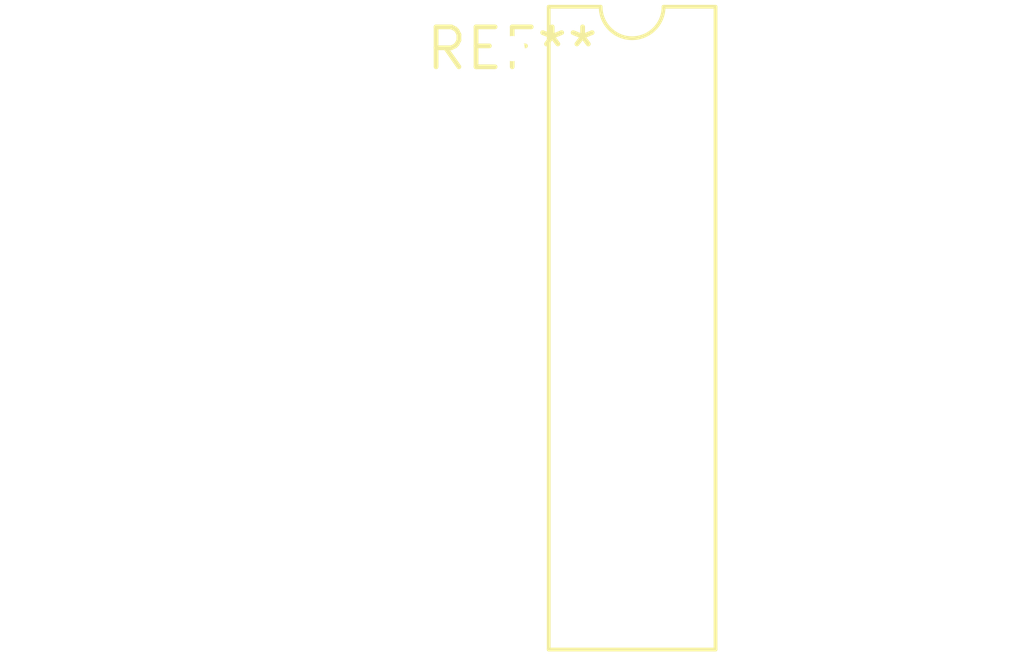
<source format=kicad_pcb>
(kicad_pcb (version 20240108) (generator pcbnew)
  (layers (0 "F.Cu" signal) (31 "B.Cu" signal) (34 "B.Paste" user) (35 "F.Paste" user) (36 "B.SilkS" user "B.Silkscreen") (37 "F.SilkS" user "F.Silkscreen") (38 "B.Mask" user) (39 "F.Mask" user) (44 "Edge.Cuts" user))
  (net 0 "")
  (footprint "CERDIP-16_W7.62mm_SideBrazed" (layer "F.Cu") (at 0 0)
    (property "Reference" "REF**")
    (property "Value" "CERDIP-16_W7.62mm_SideBrazed")
    (fp_line (start 1.16 -1.33) (end 1.16 19.11) (layer "F.SilkS") (stroke (width 0.12)))
    (fp_line (start 1.16 19.11) (end 6.46 19.11) (layer "F.SilkS") (stroke (width 0.12)))
    (fp_line (start 2.81 -1.33) (end 1.16 -1.33) (layer "F.SilkS") (stroke (width 0.12)))
    (fp_line (start 6.46 -1.33) (end 4.81 -1.33) (layer "F.SilkS") (stroke (width 0.12)))
    (fp_line (start 6.46 19.11) (end 6.46 -1.33) (layer "F.SilkS") (stroke (width 0.12)))
    (fp_arc (start 4.81 -1.33) (mid 3.81 -0.33) (end 2.81 -1.33) (layer "F.SilkS") (stroke (width 0.12)))
    (pad "1" thru_hole rect (at 0 0) (size 1.6 1.6) (drill 0.8) (layers *.Cu *.Mask) (remove_unused_layers))
    (pad "2" thru_hole circle (at 0 2.54) (size 1.6 1.6) (drill 0.8) (layers *.Cu *.Mask) (remove_unused_layers))
    (pad "3" thru_hole circle (at 0 5.08) (size 1.6 1.6) (drill 0.8) (layers *.Cu *.Mask) (remove_unused_layers))
    (pad "4" thru_hole circle (at 0 7.62) (size 1.6 1.6) (drill 0.8) (layers *.Cu *.Mask) (remove_unused_layers))
    (pad "5" thru_hole circle (at 0 10.16) (size 1.6 1.6) (drill 0.8) (layers *.Cu *.Mask) (remove_unused_layers))
    (pad "6" thru_hole circle (at 0 12.7) (size 1.6 1.6) (drill 0.8) (layers *.Cu *.Mask) (remove_unused_layers))
    (pad "7" thru_hole circle (at 0 15.24) (size 1.6 1.6) (drill 0.8) (layers *.Cu *.Mask) (remove_unused_layers))
    (pad "8" thru_hole circle (at 0 17.78) (size 1.6 1.6) (drill 0.8) (layers *.Cu *.Mask) (remove_unused_layers))
    (pad "9" thru_hole circle (at 7.62 17.78) (size 1.6 1.6) (drill 0.8) (layers *.Cu *.Mask) (remove_unused_layers))
    (pad "10" thru_hole circle (at 7.62 15.24) (size 1.6 1.6) (drill 0.8) (layers *.Cu *.Mask) (remove_unused_layers))
    (pad "11" thru_hole circle (at 7.62 12.7) (size 1.6 1.6) (drill 0.8) (layers *.Cu *.Mask) (remove_unused_layers))
    (pad "12" thru_hole circle (at 7.62 10.16) (size 1.6 1.6) (drill 0.8) (layers *.Cu *.Mask) (remove_unused_layers))
    (pad "13" thru_hole circle (at 7.62 7.62) (size 1.6 1.6) (drill 0.8) (layers *.Cu *.Mask) (remove_unused_layers))
    (pad "14" thru_hole circle (at 7.62 5.08) (size 1.6 1.6) (drill 0.8) (layers *.Cu *.Mask) (remove_unused_layers))
    (pad "15" thru_hole circle (at 7.62 2.54) (size 1.6 1.6) (drill 0.8) (layers *.Cu *.Mask) (remove_unused_layers))
    (pad "16" thru_hole circle (at 7.62 0) (size 1.6 1.6) (drill 0.8) (layers *.Cu *.Mask) (remove_unused_layers))
  )
)
</source>
